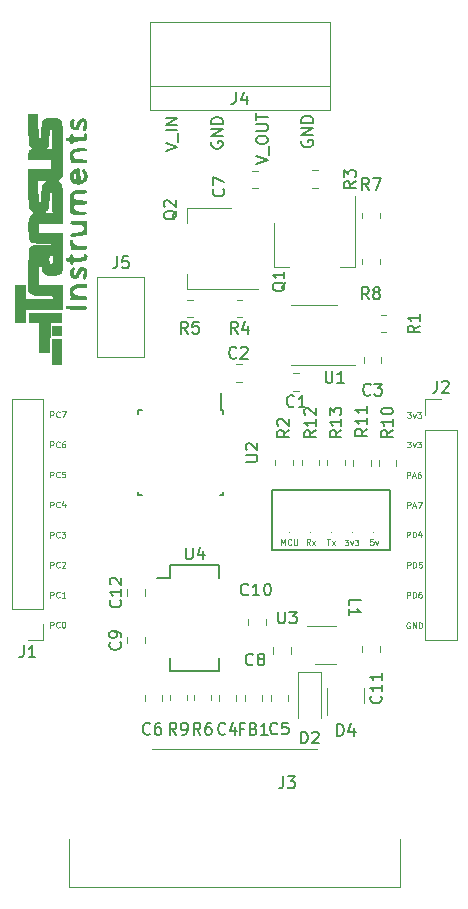
<source format=gbr>
%TF.GenerationSoftware,KiCad,Pcbnew,(6.0.10)*%
%TF.CreationDate,2023-02-16T14:40:38+00:00*%
%TF.ProjectId,Supplytest,53757070-6c79-4746-9573-742e6b696361,rev?*%
%TF.SameCoordinates,Original*%
%TF.FileFunction,Legend,Top*%
%TF.FilePolarity,Positive*%
%FSLAX46Y46*%
G04 Gerber Fmt 4.6, Leading zero omitted, Abs format (unit mm)*
G04 Created by KiCad (PCBNEW (6.0.10)) date 2023-02-16 14:40:38*
%MOMM*%
%LPD*%
G01*
G04 APERTURE LIST*
%ADD10C,0.125000*%
%ADD11C,0.150000*%
%ADD12C,0.120000*%
%ADD13C,0.100000*%
G04 APERTURE END LIST*
D10*
X191660952Y-90976190D02*
X191660952Y-90476190D01*
X191851428Y-90476190D01*
X191899047Y-90500000D01*
X191922857Y-90523809D01*
X191946666Y-90571428D01*
X191946666Y-90642857D01*
X191922857Y-90690476D01*
X191899047Y-90714285D01*
X191851428Y-90738095D01*
X191660952Y-90738095D01*
X192446666Y-90928571D02*
X192422857Y-90952380D01*
X192351428Y-90976190D01*
X192303809Y-90976190D01*
X192232380Y-90952380D01*
X192184761Y-90904761D01*
X192160952Y-90857142D01*
X192137142Y-90761904D01*
X192137142Y-90690476D01*
X192160952Y-90595238D01*
X192184761Y-90547619D01*
X192232380Y-90500000D01*
X192303809Y-90476190D01*
X192351428Y-90476190D01*
X192422857Y-90500000D01*
X192446666Y-90523809D01*
X192613333Y-90476190D02*
X192946666Y-90476190D01*
X192732380Y-90976190D01*
X191660952Y-93520475D02*
X191660952Y-93020475D01*
X191851428Y-93020475D01*
X191899047Y-93044285D01*
X191922857Y-93068094D01*
X191946666Y-93115713D01*
X191946666Y-93187142D01*
X191922857Y-93234761D01*
X191899047Y-93258570D01*
X191851428Y-93282380D01*
X191660952Y-93282380D01*
X192446666Y-93472856D02*
X192422857Y-93496665D01*
X192351428Y-93520475D01*
X192303809Y-93520475D01*
X192232380Y-93496665D01*
X192184761Y-93449046D01*
X192160952Y-93401427D01*
X192137142Y-93306189D01*
X192137142Y-93234761D01*
X192160952Y-93139523D01*
X192184761Y-93091904D01*
X192232380Y-93044285D01*
X192303809Y-93020475D01*
X192351428Y-93020475D01*
X192422857Y-93044285D01*
X192446666Y-93068094D01*
X192875238Y-93020475D02*
X192780000Y-93020475D01*
X192732380Y-93044285D01*
X192708571Y-93068094D01*
X192660952Y-93139523D01*
X192637142Y-93234761D01*
X192637142Y-93425237D01*
X192660952Y-93472856D01*
X192684761Y-93496665D01*
X192732380Y-93520475D01*
X192827619Y-93520475D01*
X192875238Y-93496665D01*
X192899047Y-93472856D01*
X192922857Y-93425237D01*
X192922857Y-93306189D01*
X192899047Y-93258570D01*
X192875238Y-93234761D01*
X192827619Y-93210951D01*
X192732380Y-93210951D01*
X192684761Y-93234761D01*
X192660952Y-93258570D01*
X192637142Y-93306189D01*
X191660952Y-96064760D02*
X191660952Y-95564760D01*
X191851428Y-95564760D01*
X191899047Y-95588570D01*
X191922857Y-95612379D01*
X191946666Y-95659998D01*
X191946666Y-95731427D01*
X191922857Y-95779046D01*
X191899047Y-95802855D01*
X191851428Y-95826665D01*
X191660952Y-95826665D01*
X192446666Y-96017141D02*
X192422857Y-96040950D01*
X192351428Y-96064760D01*
X192303809Y-96064760D01*
X192232380Y-96040950D01*
X192184761Y-95993331D01*
X192160952Y-95945712D01*
X192137142Y-95850474D01*
X192137142Y-95779046D01*
X192160952Y-95683808D01*
X192184761Y-95636189D01*
X192232380Y-95588570D01*
X192303809Y-95564760D01*
X192351428Y-95564760D01*
X192422857Y-95588570D01*
X192446666Y-95612379D01*
X192899047Y-95564760D02*
X192660952Y-95564760D01*
X192637142Y-95802855D01*
X192660952Y-95779046D01*
X192708571Y-95755236D01*
X192827619Y-95755236D01*
X192875238Y-95779046D01*
X192899047Y-95802855D01*
X192922857Y-95850474D01*
X192922857Y-95969522D01*
X192899047Y-96017141D01*
X192875238Y-96040950D01*
X192827619Y-96064760D01*
X192708571Y-96064760D01*
X192660952Y-96040950D01*
X192637142Y-96017141D01*
X191660952Y-98609045D02*
X191660952Y-98109045D01*
X191851428Y-98109045D01*
X191899047Y-98132855D01*
X191922857Y-98156664D01*
X191946666Y-98204283D01*
X191946666Y-98275712D01*
X191922857Y-98323331D01*
X191899047Y-98347140D01*
X191851428Y-98370950D01*
X191660952Y-98370950D01*
X192446666Y-98561426D02*
X192422857Y-98585235D01*
X192351428Y-98609045D01*
X192303809Y-98609045D01*
X192232380Y-98585235D01*
X192184761Y-98537616D01*
X192160952Y-98489997D01*
X192137142Y-98394759D01*
X192137142Y-98323331D01*
X192160952Y-98228093D01*
X192184761Y-98180474D01*
X192232380Y-98132855D01*
X192303809Y-98109045D01*
X192351428Y-98109045D01*
X192422857Y-98132855D01*
X192446666Y-98156664D01*
X192875238Y-98275712D02*
X192875238Y-98609045D01*
X192756190Y-98085235D02*
X192637142Y-98442378D01*
X192946666Y-98442378D01*
X191660952Y-101153330D02*
X191660952Y-100653330D01*
X191851428Y-100653330D01*
X191899047Y-100677140D01*
X191922857Y-100700949D01*
X191946666Y-100748568D01*
X191946666Y-100819997D01*
X191922857Y-100867616D01*
X191899047Y-100891425D01*
X191851428Y-100915235D01*
X191660952Y-100915235D01*
X192446666Y-101105711D02*
X192422857Y-101129520D01*
X192351428Y-101153330D01*
X192303809Y-101153330D01*
X192232380Y-101129520D01*
X192184761Y-101081901D01*
X192160952Y-101034282D01*
X192137142Y-100939044D01*
X192137142Y-100867616D01*
X192160952Y-100772378D01*
X192184761Y-100724759D01*
X192232380Y-100677140D01*
X192303809Y-100653330D01*
X192351428Y-100653330D01*
X192422857Y-100677140D01*
X192446666Y-100700949D01*
X192613333Y-100653330D02*
X192922857Y-100653330D01*
X192756190Y-100843806D01*
X192827619Y-100843806D01*
X192875238Y-100867616D01*
X192899047Y-100891425D01*
X192922857Y-100939044D01*
X192922857Y-101058092D01*
X192899047Y-101105711D01*
X192875238Y-101129520D01*
X192827619Y-101153330D01*
X192684761Y-101153330D01*
X192637142Y-101129520D01*
X192613333Y-101105711D01*
X191660952Y-103697615D02*
X191660952Y-103197615D01*
X191851428Y-103197615D01*
X191899047Y-103221425D01*
X191922857Y-103245234D01*
X191946666Y-103292853D01*
X191946666Y-103364282D01*
X191922857Y-103411901D01*
X191899047Y-103435710D01*
X191851428Y-103459520D01*
X191660952Y-103459520D01*
X192446666Y-103649996D02*
X192422857Y-103673805D01*
X192351428Y-103697615D01*
X192303809Y-103697615D01*
X192232380Y-103673805D01*
X192184761Y-103626186D01*
X192160952Y-103578567D01*
X192137142Y-103483329D01*
X192137142Y-103411901D01*
X192160952Y-103316663D01*
X192184761Y-103269044D01*
X192232380Y-103221425D01*
X192303809Y-103197615D01*
X192351428Y-103197615D01*
X192422857Y-103221425D01*
X192446666Y-103245234D01*
X192637142Y-103245234D02*
X192660952Y-103221425D01*
X192708571Y-103197615D01*
X192827619Y-103197615D01*
X192875238Y-103221425D01*
X192899047Y-103245234D01*
X192922857Y-103292853D01*
X192922857Y-103340472D01*
X192899047Y-103411901D01*
X192613333Y-103697615D01*
X192922857Y-103697615D01*
X191660952Y-106241900D02*
X191660952Y-105741900D01*
X191851428Y-105741900D01*
X191899047Y-105765710D01*
X191922857Y-105789519D01*
X191946666Y-105837138D01*
X191946666Y-105908567D01*
X191922857Y-105956186D01*
X191899047Y-105979995D01*
X191851428Y-106003805D01*
X191660952Y-106003805D01*
X192446666Y-106194281D02*
X192422857Y-106218090D01*
X192351428Y-106241900D01*
X192303809Y-106241900D01*
X192232380Y-106218090D01*
X192184761Y-106170471D01*
X192160952Y-106122852D01*
X192137142Y-106027614D01*
X192137142Y-105956186D01*
X192160952Y-105860948D01*
X192184761Y-105813329D01*
X192232380Y-105765710D01*
X192303809Y-105741900D01*
X192351428Y-105741900D01*
X192422857Y-105765710D01*
X192446666Y-105789519D01*
X192922857Y-106241900D02*
X192637142Y-106241900D01*
X192780000Y-106241900D02*
X192780000Y-105741900D01*
X192732380Y-105813329D01*
X192684761Y-105860948D01*
X192637142Y-105884757D01*
X191660952Y-108786190D02*
X191660952Y-108286190D01*
X191851428Y-108286190D01*
X191899047Y-108310000D01*
X191922857Y-108333809D01*
X191946666Y-108381428D01*
X191946666Y-108452857D01*
X191922857Y-108500476D01*
X191899047Y-108524285D01*
X191851428Y-108548095D01*
X191660952Y-108548095D01*
X192446666Y-108738571D02*
X192422857Y-108762380D01*
X192351428Y-108786190D01*
X192303809Y-108786190D01*
X192232380Y-108762380D01*
X192184761Y-108714761D01*
X192160952Y-108667142D01*
X192137142Y-108571904D01*
X192137142Y-108500476D01*
X192160952Y-108405238D01*
X192184761Y-108357619D01*
X192232380Y-108310000D01*
X192303809Y-108286190D01*
X192351428Y-108286190D01*
X192422857Y-108310000D01*
X192446666Y-108333809D01*
X192756190Y-108286190D02*
X192803809Y-108286190D01*
X192851428Y-108310000D01*
X192875238Y-108333809D01*
X192899047Y-108381428D01*
X192922857Y-108476666D01*
X192922857Y-108595714D01*
X192899047Y-108690952D01*
X192875238Y-108738571D01*
X192851428Y-108762380D01*
X192803809Y-108786190D01*
X192756190Y-108786190D01*
X192708571Y-108762380D01*
X192684761Y-108738571D01*
X192660952Y-108690952D01*
X192637142Y-108595714D01*
X192637142Y-108476666D01*
X192660952Y-108381428D01*
X192684761Y-108333809D01*
X192708571Y-108310000D01*
X192756190Y-108286190D01*
X222089047Y-108360000D02*
X222041428Y-108336190D01*
X221970000Y-108336190D01*
X221898571Y-108360000D01*
X221850952Y-108407619D01*
X221827142Y-108455238D01*
X221803333Y-108550476D01*
X221803333Y-108621904D01*
X221827142Y-108717142D01*
X221850952Y-108764761D01*
X221898571Y-108812380D01*
X221970000Y-108836190D01*
X222017619Y-108836190D01*
X222089047Y-108812380D01*
X222112857Y-108788571D01*
X222112857Y-108621904D01*
X222017619Y-108621904D01*
X222327142Y-108836190D02*
X222327142Y-108336190D01*
X222612857Y-108836190D01*
X222612857Y-108336190D01*
X222850952Y-108836190D02*
X222850952Y-108336190D01*
X222970000Y-108336190D01*
X223041428Y-108360000D01*
X223089047Y-108407619D01*
X223112857Y-108455238D01*
X223136666Y-108550476D01*
X223136666Y-108621904D01*
X223112857Y-108717142D01*
X223089047Y-108764761D01*
X223041428Y-108812380D01*
X222970000Y-108836190D01*
X222850952Y-108836190D01*
X221850952Y-106246190D02*
X221850952Y-105746190D01*
X222041428Y-105746190D01*
X222089047Y-105770000D01*
X222112857Y-105793809D01*
X222136666Y-105841428D01*
X222136666Y-105912857D01*
X222112857Y-105960476D01*
X222089047Y-105984285D01*
X222041428Y-106008095D01*
X221850952Y-106008095D01*
X222350952Y-106246190D02*
X222350952Y-105746190D01*
X222470000Y-105746190D01*
X222541428Y-105770000D01*
X222589047Y-105817619D01*
X222612857Y-105865238D01*
X222636666Y-105960476D01*
X222636666Y-106031904D01*
X222612857Y-106127142D01*
X222589047Y-106174761D01*
X222541428Y-106222380D01*
X222470000Y-106246190D01*
X222350952Y-106246190D01*
X223065238Y-105746190D02*
X222970000Y-105746190D01*
X222922380Y-105770000D01*
X222898571Y-105793809D01*
X222850952Y-105865238D01*
X222827142Y-105960476D01*
X222827142Y-106150952D01*
X222850952Y-106198571D01*
X222874761Y-106222380D01*
X222922380Y-106246190D01*
X223017619Y-106246190D01*
X223065238Y-106222380D01*
X223089047Y-106198571D01*
X223112857Y-106150952D01*
X223112857Y-106031904D01*
X223089047Y-105984285D01*
X223065238Y-105960476D01*
X223017619Y-105936666D01*
X222922380Y-105936666D01*
X222874761Y-105960476D01*
X222850952Y-105984285D01*
X222827142Y-106031904D01*
X221870952Y-103706190D02*
X221870952Y-103206190D01*
X222061428Y-103206190D01*
X222109047Y-103230000D01*
X222132857Y-103253809D01*
X222156666Y-103301428D01*
X222156666Y-103372857D01*
X222132857Y-103420476D01*
X222109047Y-103444285D01*
X222061428Y-103468095D01*
X221870952Y-103468095D01*
X222370952Y-103706190D02*
X222370952Y-103206190D01*
X222490000Y-103206190D01*
X222561428Y-103230000D01*
X222609047Y-103277619D01*
X222632857Y-103325238D01*
X222656666Y-103420476D01*
X222656666Y-103491904D01*
X222632857Y-103587142D01*
X222609047Y-103634761D01*
X222561428Y-103682380D01*
X222490000Y-103706190D01*
X222370952Y-103706190D01*
X223109047Y-103206190D02*
X222870952Y-103206190D01*
X222847142Y-103444285D01*
X222870952Y-103420476D01*
X222918571Y-103396666D01*
X223037619Y-103396666D01*
X223085238Y-103420476D01*
X223109047Y-103444285D01*
X223132857Y-103491904D01*
X223132857Y-103610952D01*
X223109047Y-103658571D01*
X223085238Y-103682380D01*
X223037619Y-103706190D01*
X222918571Y-103706190D01*
X222870952Y-103682380D01*
X222847142Y-103658571D01*
X221830952Y-101146190D02*
X221830952Y-100646190D01*
X222021428Y-100646190D01*
X222069047Y-100670000D01*
X222092857Y-100693809D01*
X222116666Y-100741428D01*
X222116666Y-100812857D01*
X222092857Y-100860476D01*
X222069047Y-100884285D01*
X222021428Y-100908095D01*
X221830952Y-100908095D01*
X222330952Y-101146190D02*
X222330952Y-100646190D01*
X222450000Y-100646190D01*
X222521428Y-100670000D01*
X222569047Y-100717619D01*
X222592857Y-100765238D01*
X222616666Y-100860476D01*
X222616666Y-100931904D01*
X222592857Y-101027142D01*
X222569047Y-101074761D01*
X222521428Y-101122380D01*
X222450000Y-101146190D01*
X222330952Y-101146190D01*
X223045238Y-100812857D02*
X223045238Y-101146190D01*
X222926190Y-100622380D02*
X222807142Y-100979523D01*
X223116666Y-100979523D01*
X221886666Y-98636190D02*
X221886666Y-98136190D01*
X222077142Y-98136190D01*
X222124761Y-98160000D01*
X222148571Y-98183809D01*
X222172380Y-98231428D01*
X222172380Y-98302857D01*
X222148571Y-98350476D01*
X222124761Y-98374285D01*
X222077142Y-98398095D01*
X221886666Y-98398095D01*
X222362857Y-98493333D02*
X222600952Y-98493333D01*
X222315238Y-98636190D02*
X222481904Y-98136190D01*
X222648571Y-98636190D01*
X222767619Y-98136190D02*
X223100952Y-98136190D01*
X222886666Y-98636190D01*
X221846666Y-96106190D02*
X221846666Y-95606190D01*
X222037142Y-95606190D01*
X222084761Y-95630000D01*
X222108571Y-95653809D01*
X222132380Y-95701428D01*
X222132380Y-95772857D01*
X222108571Y-95820476D01*
X222084761Y-95844285D01*
X222037142Y-95868095D01*
X221846666Y-95868095D01*
X222322857Y-95963333D02*
X222560952Y-95963333D01*
X222275238Y-96106190D02*
X222441904Y-95606190D01*
X222608571Y-96106190D01*
X222989523Y-95606190D02*
X222894285Y-95606190D01*
X222846666Y-95630000D01*
X222822857Y-95653809D01*
X222775238Y-95725238D01*
X222751428Y-95820476D01*
X222751428Y-96010952D01*
X222775238Y-96058571D01*
X222799047Y-96082380D01*
X222846666Y-96106190D01*
X222941904Y-96106190D01*
X222989523Y-96082380D01*
X223013333Y-96058571D01*
X223037142Y-96010952D01*
X223037142Y-95891904D01*
X223013333Y-95844285D01*
X222989523Y-95820476D01*
X222941904Y-95796666D01*
X222846666Y-95796666D01*
X222799047Y-95820476D01*
X222775238Y-95844285D01*
X222751428Y-95891904D01*
X221864761Y-93026190D02*
X222174285Y-93026190D01*
X222007619Y-93216666D01*
X222079047Y-93216666D01*
X222126666Y-93240476D01*
X222150476Y-93264285D01*
X222174285Y-93311904D01*
X222174285Y-93430952D01*
X222150476Y-93478571D01*
X222126666Y-93502380D01*
X222079047Y-93526190D01*
X221936190Y-93526190D01*
X221888571Y-93502380D01*
X221864761Y-93478571D01*
X222340952Y-93192857D02*
X222460000Y-93526190D01*
X222579047Y-93192857D01*
X222721904Y-93026190D02*
X223031428Y-93026190D01*
X222864761Y-93216666D01*
X222936190Y-93216666D01*
X222983809Y-93240476D01*
X223007619Y-93264285D01*
X223031428Y-93311904D01*
X223031428Y-93430952D01*
X223007619Y-93478571D01*
X222983809Y-93502380D01*
X222936190Y-93526190D01*
X222793333Y-93526190D01*
X222745714Y-93502380D01*
X222721904Y-93478571D01*
X221884761Y-90536190D02*
X222194285Y-90536190D01*
X222027619Y-90726666D01*
X222099047Y-90726666D01*
X222146666Y-90750476D01*
X222170476Y-90774285D01*
X222194285Y-90821904D01*
X222194285Y-90940952D01*
X222170476Y-90988571D01*
X222146666Y-91012380D01*
X222099047Y-91036190D01*
X221956190Y-91036190D01*
X221908571Y-91012380D01*
X221884761Y-90988571D01*
X222360952Y-90702857D02*
X222480000Y-91036190D01*
X222599047Y-90702857D01*
X222741904Y-90536190D02*
X223051428Y-90536190D01*
X222884761Y-90726666D01*
X222956190Y-90726666D01*
X223003809Y-90750476D01*
X223027619Y-90774285D01*
X223051428Y-90821904D01*
X223051428Y-90940952D01*
X223027619Y-90988571D01*
X223003809Y-91012380D01*
X222956190Y-91036190D01*
X222813333Y-91036190D01*
X222765714Y-91012380D01*
X222741904Y-90988571D01*
D11*
X212961905Y-67539404D02*
X212914285Y-67634642D01*
X212914285Y-67777500D01*
X212961905Y-67920357D01*
X213057143Y-68015595D01*
X213152381Y-68063214D01*
X213342857Y-68110833D01*
X213485714Y-68110833D01*
X213676190Y-68063214D01*
X213771428Y-68015595D01*
X213866666Y-67920357D01*
X213914285Y-67777500D01*
X213914285Y-67682261D01*
X213866666Y-67539404D01*
X213819047Y-67491785D01*
X213485714Y-67491785D01*
X213485714Y-67682261D01*
X213914285Y-67063214D02*
X212914285Y-67063214D01*
X213914285Y-66491785D01*
X212914285Y-66491785D01*
X213914285Y-66015595D02*
X212914285Y-66015595D01*
X212914285Y-65777500D01*
X212961905Y-65634642D01*
X213057143Y-65539404D01*
X213152381Y-65491785D01*
X213342857Y-65444166D01*
X213485714Y-65444166D01*
X213676190Y-65491785D01*
X213771428Y-65539404D01*
X213866666Y-65634642D01*
X213914285Y-65777500D01*
X213914285Y-66015595D01*
X205311905Y-67649404D02*
X205264285Y-67744642D01*
X205264285Y-67887500D01*
X205311905Y-68030357D01*
X205407143Y-68125595D01*
X205502381Y-68173214D01*
X205692857Y-68220833D01*
X205835714Y-68220833D01*
X206026190Y-68173214D01*
X206121428Y-68125595D01*
X206216666Y-68030357D01*
X206264285Y-67887500D01*
X206264285Y-67792261D01*
X206216666Y-67649404D01*
X206169047Y-67601785D01*
X205835714Y-67601785D01*
X205835714Y-67792261D01*
X206264285Y-67173214D02*
X205264285Y-67173214D01*
X206264285Y-66601785D01*
X205264285Y-66601785D01*
X206264285Y-66125595D02*
X205264285Y-66125595D01*
X205264285Y-65887500D01*
X205311905Y-65744642D01*
X205407143Y-65649404D01*
X205502381Y-65601785D01*
X205692857Y-65554166D01*
X205835714Y-65554166D01*
X206026190Y-65601785D01*
X206121428Y-65649404D01*
X206216666Y-65744642D01*
X206264285Y-65887500D01*
X206264285Y-66125595D01*
X209094285Y-69530357D02*
X210094285Y-69197023D01*
X209094285Y-68863690D01*
X210189524Y-68768452D02*
X210189524Y-68006547D01*
X209094285Y-67577976D02*
X209094285Y-67387500D01*
X209141905Y-67292261D01*
X209237143Y-67197023D01*
X209427619Y-67149404D01*
X209760952Y-67149404D01*
X209951428Y-67197023D01*
X210046666Y-67292261D01*
X210094285Y-67387500D01*
X210094285Y-67577976D01*
X210046666Y-67673214D01*
X209951428Y-67768452D01*
X209760952Y-67816071D01*
X209427619Y-67816071D01*
X209237143Y-67768452D01*
X209141905Y-67673214D01*
X209094285Y-67577976D01*
X209094285Y-66720833D02*
X209903809Y-66720833D01*
X209999047Y-66673214D01*
X210046666Y-66625595D01*
X210094285Y-66530357D01*
X210094285Y-66339880D01*
X210046666Y-66244642D01*
X209999047Y-66197023D01*
X209903809Y-66149404D01*
X209094285Y-66149404D01*
X209094285Y-65816071D02*
X209094285Y-65244642D01*
X210094285Y-65530357D02*
X209094285Y-65530357D01*
X201414285Y-68453690D02*
X202414285Y-68120357D01*
X201414285Y-67787023D01*
X202509524Y-67691785D02*
X202509524Y-66929880D01*
X202414285Y-66691785D02*
X201414285Y-66691785D01*
X202414285Y-66215595D02*
X201414285Y-66215595D01*
X202414285Y-65644166D01*
X201414285Y-65644166D01*
X210430000Y-97168601D02*
X220430000Y-97168601D01*
X220430000Y-97168601D02*
X220430000Y-102168601D01*
X220430000Y-102168601D02*
X210430000Y-102168601D01*
X210430000Y-102168601D02*
X210430000Y-97168601D01*
D10*
X216584761Y-101323690D02*
X216894285Y-101323690D01*
X216727619Y-101514166D01*
X216799047Y-101514166D01*
X216846666Y-101537976D01*
X216870476Y-101561785D01*
X216894285Y-101609404D01*
X216894285Y-101728452D01*
X216870476Y-101776071D01*
X216846666Y-101799880D01*
X216799047Y-101823690D01*
X216656190Y-101823690D01*
X216608571Y-101799880D01*
X216584761Y-101776071D01*
X217060952Y-101490357D02*
X217180000Y-101823690D01*
X217299047Y-101490357D01*
X217441904Y-101323690D02*
X217751428Y-101323690D01*
X217584761Y-101514166D01*
X217656190Y-101514166D01*
X217703809Y-101537976D01*
X217727619Y-101561785D01*
X217751428Y-101609404D01*
X217751428Y-101728452D01*
X217727619Y-101776071D01*
X217703809Y-101799880D01*
X217656190Y-101823690D01*
X217513333Y-101823690D01*
X217465714Y-101799880D01*
X217441904Y-101776071D01*
X218998571Y-101283690D02*
X218760476Y-101283690D01*
X218736666Y-101521785D01*
X218760476Y-101497976D01*
X218808095Y-101474166D01*
X218927142Y-101474166D01*
X218974761Y-101497976D01*
X218998571Y-101521785D01*
X219022380Y-101569404D01*
X219022380Y-101688452D01*
X218998571Y-101736071D01*
X218974761Y-101759880D01*
X218927142Y-101783690D01*
X218808095Y-101783690D01*
X218760476Y-101759880D01*
X218736666Y-101736071D01*
X219189047Y-101450357D02*
X219308095Y-101783690D01*
X219427142Y-101450357D01*
X215064761Y-101263690D02*
X215350476Y-101263690D01*
X215207619Y-101763690D02*
X215207619Y-101263690D01*
X215469523Y-101763690D02*
X215731428Y-101430357D01*
X215469523Y-101430357D02*
X215731428Y-101763690D01*
X213642380Y-101763690D02*
X213475714Y-101525595D01*
X213356666Y-101763690D02*
X213356666Y-101263690D01*
X213547142Y-101263690D01*
X213594761Y-101287500D01*
X213618571Y-101311309D01*
X213642380Y-101358928D01*
X213642380Y-101430357D01*
X213618571Y-101477976D01*
X213594761Y-101501785D01*
X213547142Y-101525595D01*
X213356666Y-101525595D01*
X213809047Y-101763690D02*
X214070952Y-101430357D01*
X213809047Y-101430357D02*
X214070952Y-101763690D01*
X211201428Y-101773690D02*
X211201428Y-101273690D01*
X211368095Y-101630833D01*
X211534761Y-101273690D01*
X211534761Y-101773690D01*
X212058571Y-101726071D02*
X212034761Y-101749880D01*
X211963333Y-101773690D01*
X211915714Y-101773690D01*
X211844285Y-101749880D01*
X211796666Y-101702261D01*
X211772857Y-101654642D01*
X211749047Y-101559404D01*
X211749047Y-101487976D01*
X211772857Y-101392738D01*
X211796666Y-101345119D01*
X211844285Y-101297500D01*
X211915714Y-101273690D01*
X211963333Y-101273690D01*
X212034761Y-101297500D01*
X212058571Y-101321309D01*
X212272857Y-101273690D02*
X212272857Y-101678452D01*
X212296666Y-101726071D01*
X212320476Y-101749880D01*
X212368095Y-101773690D01*
X212463333Y-101773690D01*
X212510952Y-101749880D01*
X212534761Y-101726071D01*
X212558571Y-101678452D01*
X212558571Y-101273690D01*
D11*
%TO.C,U4*%
X203128095Y-101999880D02*
X203128095Y-102809404D01*
X203175714Y-102904642D01*
X203223333Y-102952261D01*
X203318571Y-102999880D01*
X203509047Y-102999880D01*
X203604285Y-102952261D01*
X203651904Y-102904642D01*
X203699523Y-102809404D01*
X203699523Y-101999880D01*
X204604285Y-102333214D02*
X204604285Y-102999880D01*
X204366190Y-101952261D02*
X204128095Y-102666547D01*
X204747142Y-102666547D01*
%TO.C,J2*%
X224400952Y-87884880D02*
X224400952Y-88599166D01*
X224353333Y-88742023D01*
X224258095Y-88837261D01*
X224115238Y-88884880D01*
X224020000Y-88884880D01*
X224829524Y-87980119D02*
X224877143Y-87932500D01*
X224972381Y-87884880D01*
X225210476Y-87884880D01*
X225305714Y-87932500D01*
X225353333Y-87980119D01*
X225400952Y-88075357D01*
X225400952Y-88170595D01*
X225353333Y-88313452D01*
X224781905Y-88884880D01*
X225400952Y-88884880D01*
%TO.C,J1*%
X189400952Y-110294880D02*
X189400952Y-111009166D01*
X189353333Y-111152023D01*
X189258095Y-111247261D01*
X189115238Y-111294880D01*
X189020000Y-111294880D01*
X190400952Y-111294880D02*
X189829524Y-111294880D01*
X190115238Y-111294880D02*
X190115238Y-110294880D01*
X190020000Y-110437738D01*
X189924762Y-110532976D01*
X189829524Y-110580595D01*
%TO.C,C10*%
X208417142Y-105954642D02*
X208369523Y-106002261D01*
X208226666Y-106049880D01*
X208131428Y-106049880D01*
X207988571Y-106002261D01*
X207893333Y-105907023D01*
X207845714Y-105811785D01*
X207798095Y-105621309D01*
X207798095Y-105478452D01*
X207845714Y-105287976D01*
X207893333Y-105192738D01*
X207988571Y-105097500D01*
X208131428Y-105049880D01*
X208226666Y-105049880D01*
X208369523Y-105097500D01*
X208417142Y-105145119D01*
X209369523Y-106049880D02*
X208798095Y-106049880D01*
X209083809Y-106049880D02*
X209083809Y-105049880D01*
X208988571Y-105192738D01*
X208893333Y-105287976D01*
X208798095Y-105335595D01*
X209988571Y-105049880D02*
X210083809Y-105049880D01*
X210179047Y-105097500D01*
X210226666Y-105145119D01*
X210274285Y-105240357D01*
X210321904Y-105430833D01*
X210321904Y-105668928D01*
X210274285Y-105859404D01*
X210226666Y-105954642D01*
X210179047Y-106002261D01*
X210083809Y-106049880D01*
X209988571Y-106049880D01*
X209893333Y-106002261D01*
X209845714Y-105954642D01*
X209798095Y-105859404D01*
X209750476Y-105668928D01*
X209750476Y-105430833D01*
X209798095Y-105240357D01*
X209845714Y-105145119D01*
X209893333Y-105097500D01*
X209988571Y-105049880D01*
%TO.C,FB1*%
X208016666Y-117326071D02*
X207683333Y-117326071D01*
X207683333Y-117849880D02*
X207683333Y-116849880D01*
X208159523Y-116849880D01*
X208873809Y-117326071D02*
X209016666Y-117373690D01*
X209064285Y-117421309D01*
X209111904Y-117516547D01*
X209111904Y-117659404D01*
X209064285Y-117754642D01*
X209016666Y-117802261D01*
X208921428Y-117849880D01*
X208540476Y-117849880D01*
X208540476Y-116849880D01*
X208873809Y-116849880D01*
X208969047Y-116897500D01*
X209016666Y-116945119D01*
X209064285Y-117040357D01*
X209064285Y-117135595D01*
X209016666Y-117230833D01*
X208969047Y-117278452D01*
X208873809Y-117326071D01*
X208540476Y-117326071D01*
X210064285Y-117849880D02*
X209492857Y-117849880D01*
X209778571Y-117849880D02*
X209778571Y-116849880D01*
X209683333Y-116992738D01*
X209588095Y-117087976D01*
X209492857Y-117135595D01*
%TO.C,Q2*%
X202367619Y-73482738D02*
X202320000Y-73577976D01*
X202224761Y-73673214D01*
X202081904Y-73816071D01*
X202034285Y-73911309D01*
X202034285Y-74006547D01*
X202272380Y-73958928D02*
X202224761Y-74054166D01*
X202129523Y-74149404D01*
X201939047Y-74197023D01*
X201605714Y-74197023D01*
X201415238Y-74149404D01*
X201320000Y-74054166D01*
X201272380Y-73958928D01*
X201272380Y-73768452D01*
X201320000Y-73673214D01*
X201415238Y-73577976D01*
X201605714Y-73530357D01*
X201939047Y-73530357D01*
X202129523Y-73577976D01*
X202224761Y-73673214D01*
X202272380Y-73768452D01*
X202272380Y-73958928D01*
X201367619Y-73149404D02*
X201320000Y-73101785D01*
X201272380Y-73006547D01*
X201272380Y-72768452D01*
X201320000Y-72673214D01*
X201367619Y-72625595D01*
X201462857Y-72577976D01*
X201558095Y-72577976D01*
X201700952Y-72625595D01*
X202272380Y-73197023D01*
X202272380Y-72577976D01*
%TO.C,L1*%
X216927619Y-106890833D02*
X216927619Y-106414642D01*
X217927619Y-106414642D01*
X216927619Y-107747976D02*
X216927619Y-107176547D01*
X216927619Y-107462261D02*
X217927619Y-107462261D01*
X217784761Y-107367023D01*
X217689523Y-107271785D01*
X217641904Y-107176547D01*
%TO.C,U1*%
X214968095Y-87049880D02*
X214968095Y-87859404D01*
X215015714Y-87954642D01*
X215063333Y-88002261D01*
X215158571Y-88049880D01*
X215349047Y-88049880D01*
X215444285Y-88002261D01*
X215491904Y-87954642D01*
X215539523Y-87859404D01*
X215539523Y-87049880D01*
X216539523Y-88049880D02*
X215968095Y-88049880D01*
X216253809Y-88049880D02*
X216253809Y-87049880D01*
X216158571Y-87192738D01*
X216063333Y-87287976D01*
X215968095Y-87335595D01*
%TO.C,C1*%
X212293333Y-90014642D02*
X212245714Y-90062261D01*
X212102857Y-90109880D01*
X212007619Y-90109880D01*
X211864761Y-90062261D01*
X211769523Y-89967023D01*
X211721904Y-89871785D01*
X211674285Y-89681309D01*
X211674285Y-89538452D01*
X211721904Y-89347976D01*
X211769523Y-89252738D01*
X211864761Y-89157500D01*
X212007619Y-89109880D01*
X212102857Y-89109880D01*
X212245714Y-89157500D01*
X212293333Y-89205119D01*
X213245714Y-90109880D02*
X212674285Y-90109880D01*
X212960000Y-90109880D02*
X212960000Y-89109880D01*
X212864761Y-89252738D01*
X212769523Y-89347976D01*
X212674285Y-89395595D01*
%TO.C,R11*%
X218482380Y-91950357D02*
X218006190Y-92283690D01*
X218482380Y-92521785D02*
X217482380Y-92521785D01*
X217482380Y-92140833D01*
X217530000Y-92045595D01*
X217577619Y-91997976D01*
X217672857Y-91950357D01*
X217815714Y-91950357D01*
X217910952Y-91997976D01*
X217958571Y-92045595D01*
X218006190Y-92140833D01*
X218006190Y-92521785D01*
X218482380Y-90997976D02*
X218482380Y-91569404D01*
X218482380Y-91283690D02*
X217482380Y-91283690D01*
X217625238Y-91378928D01*
X217720476Y-91474166D01*
X217768095Y-91569404D01*
X218482380Y-90045595D02*
X218482380Y-90617023D01*
X218482380Y-90331309D02*
X217482380Y-90331309D01*
X217625238Y-90426547D01*
X217720476Y-90521785D01*
X217768095Y-90617023D01*
%TO.C,C3*%
X218773333Y-89034642D02*
X218725714Y-89082261D01*
X218582857Y-89129880D01*
X218487619Y-89129880D01*
X218344761Y-89082261D01*
X218249523Y-88987023D01*
X218201904Y-88891785D01*
X218154285Y-88701309D01*
X218154285Y-88558452D01*
X218201904Y-88367976D01*
X218249523Y-88272738D01*
X218344761Y-88177500D01*
X218487619Y-88129880D01*
X218582857Y-88129880D01*
X218725714Y-88177500D01*
X218773333Y-88225119D01*
X219106666Y-88129880D02*
X219725714Y-88129880D01*
X219392380Y-88510833D01*
X219535238Y-88510833D01*
X219630476Y-88558452D01*
X219678095Y-88606071D01*
X219725714Y-88701309D01*
X219725714Y-88939404D01*
X219678095Y-89034642D01*
X219630476Y-89082261D01*
X219535238Y-89129880D01*
X219249523Y-89129880D01*
X219154285Y-89082261D01*
X219106666Y-89034642D01*
%TO.C,D4*%
X215931904Y-117939880D02*
X215931904Y-116939880D01*
X216170000Y-116939880D01*
X216312857Y-116987500D01*
X216408095Y-117082738D01*
X216455714Y-117177976D01*
X216503333Y-117368452D01*
X216503333Y-117511309D01*
X216455714Y-117701785D01*
X216408095Y-117797023D01*
X216312857Y-117892261D01*
X216170000Y-117939880D01*
X215931904Y-117939880D01*
X217360476Y-117273214D02*
X217360476Y-117939880D01*
X217122380Y-116892261D02*
X216884285Y-117606547D01*
X217503333Y-117606547D01*
%TO.C,J3*%
X211376666Y-121369880D02*
X211376666Y-122084166D01*
X211329047Y-122227023D01*
X211233809Y-122322261D01*
X211090952Y-122369880D01*
X210995714Y-122369880D01*
X211757619Y-121369880D02*
X212376666Y-121369880D01*
X212043333Y-121750833D01*
X212186190Y-121750833D01*
X212281428Y-121798452D01*
X212329047Y-121846071D01*
X212376666Y-121941309D01*
X212376666Y-122179404D01*
X212329047Y-122274642D01*
X212281428Y-122322261D01*
X212186190Y-122369880D01*
X211900476Y-122369880D01*
X211805238Y-122322261D01*
X211757619Y-122274642D01*
%TO.C,C9*%
X197557142Y-110029166D02*
X197604761Y-110076785D01*
X197652380Y-110219642D01*
X197652380Y-110314880D01*
X197604761Y-110457738D01*
X197509523Y-110552976D01*
X197414285Y-110600595D01*
X197223809Y-110648214D01*
X197080952Y-110648214D01*
X196890476Y-110600595D01*
X196795238Y-110552976D01*
X196700000Y-110457738D01*
X196652380Y-110314880D01*
X196652380Y-110219642D01*
X196700000Y-110076785D01*
X196747619Y-110029166D01*
X197652380Y-109552976D02*
X197652380Y-109362500D01*
X197604761Y-109267261D01*
X197557142Y-109219642D01*
X197414285Y-109124404D01*
X197223809Y-109076785D01*
X196842857Y-109076785D01*
X196747619Y-109124404D01*
X196700000Y-109172023D01*
X196652380Y-109267261D01*
X196652380Y-109457738D01*
X196700000Y-109552976D01*
X196747619Y-109600595D01*
X196842857Y-109648214D01*
X197080952Y-109648214D01*
X197176190Y-109600595D01*
X197223809Y-109552976D01*
X197271428Y-109457738D01*
X197271428Y-109267261D01*
X197223809Y-109172023D01*
X197176190Y-109124404D01*
X197080952Y-109076785D01*
%TO.C,R13*%
X216302380Y-92070357D02*
X215826190Y-92403690D01*
X216302380Y-92641785D02*
X215302380Y-92641785D01*
X215302380Y-92260833D01*
X215350000Y-92165595D01*
X215397619Y-92117976D01*
X215492857Y-92070357D01*
X215635714Y-92070357D01*
X215730952Y-92117976D01*
X215778571Y-92165595D01*
X215826190Y-92260833D01*
X215826190Y-92641785D01*
X216302380Y-91117976D02*
X216302380Y-91689404D01*
X216302380Y-91403690D02*
X215302380Y-91403690D01*
X215445238Y-91498928D01*
X215540476Y-91594166D01*
X215588095Y-91689404D01*
X215302380Y-90784642D02*
X215302380Y-90165595D01*
X215683333Y-90498928D01*
X215683333Y-90356071D01*
X215730952Y-90260833D01*
X215778571Y-90213214D01*
X215873809Y-90165595D01*
X216111904Y-90165595D01*
X216207142Y-90213214D01*
X216254761Y-90260833D01*
X216302380Y-90356071D01*
X216302380Y-90641785D01*
X216254761Y-90737023D01*
X216207142Y-90784642D01*
%TO.C,R1*%
X222922380Y-83204166D02*
X222446190Y-83537500D01*
X222922380Y-83775595D02*
X221922380Y-83775595D01*
X221922380Y-83394642D01*
X221970000Y-83299404D01*
X222017619Y-83251785D01*
X222112857Y-83204166D01*
X222255714Y-83204166D01*
X222350952Y-83251785D01*
X222398571Y-83299404D01*
X222446190Y-83394642D01*
X222446190Y-83775595D01*
X222922380Y-82251785D02*
X222922380Y-82823214D01*
X222922380Y-82537500D02*
X221922380Y-82537500D01*
X222065238Y-82632738D01*
X222160476Y-82727976D01*
X222208095Y-82823214D01*
%TO.C,R4*%
X207523333Y-83879880D02*
X207190000Y-83403690D01*
X206951904Y-83879880D02*
X206951904Y-82879880D01*
X207332857Y-82879880D01*
X207428095Y-82927500D01*
X207475714Y-82975119D01*
X207523333Y-83070357D01*
X207523333Y-83213214D01*
X207475714Y-83308452D01*
X207428095Y-83356071D01*
X207332857Y-83403690D01*
X206951904Y-83403690D01*
X208380476Y-83213214D02*
X208380476Y-83879880D01*
X208142380Y-82832261D02*
X207904285Y-83546547D01*
X208523333Y-83546547D01*
%TO.C,R10*%
X220652380Y-92070357D02*
X220176190Y-92403690D01*
X220652380Y-92641785D02*
X219652380Y-92641785D01*
X219652380Y-92260833D01*
X219700000Y-92165595D01*
X219747619Y-92117976D01*
X219842857Y-92070357D01*
X219985714Y-92070357D01*
X220080952Y-92117976D01*
X220128571Y-92165595D01*
X220176190Y-92260833D01*
X220176190Y-92641785D01*
X220652380Y-91117976D02*
X220652380Y-91689404D01*
X220652380Y-91403690D02*
X219652380Y-91403690D01*
X219795238Y-91498928D01*
X219890476Y-91594166D01*
X219938095Y-91689404D01*
X219652380Y-90498928D02*
X219652380Y-90403690D01*
X219700000Y-90308452D01*
X219747619Y-90260833D01*
X219842857Y-90213214D01*
X220033333Y-90165595D01*
X220271428Y-90165595D01*
X220461904Y-90213214D01*
X220557142Y-90260833D01*
X220604761Y-90308452D01*
X220652380Y-90403690D01*
X220652380Y-90498928D01*
X220604761Y-90594166D01*
X220557142Y-90641785D01*
X220461904Y-90689404D01*
X220271428Y-90737023D01*
X220033333Y-90737023D01*
X219842857Y-90689404D01*
X219747619Y-90641785D01*
X219700000Y-90594166D01*
X219652380Y-90498928D01*
%TO.C,U3*%
X210948095Y-107419880D02*
X210948095Y-108229404D01*
X210995714Y-108324642D01*
X211043333Y-108372261D01*
X211138571Y-108419880D01*
X211329047Y-108419880D01*
X211424285Y-108372261D01*
X211471904Y-108324642D01*
X211519523Y-108229404D01*
X211519523Y-107419880D01*
X211900476Y-107419880D02*
X212519523Y-107419880D01*
X212186190Y-107800833D01*
X212329047Y-107800833D01*
X212424285Y-107848452D01*
X212471904Y-107896071D01*
X212519523Y-107991309D01*
X212519523Y-108229404D01*
X212471904Y-108324642D01*
X212424285Y-108372261D01*
X212329047Y-108419880D01*
X212043333Y-108419880D01*
X211948095Y-108372261D01*
X211900476Y-108324642D01*
%TO.C,C7*%
X206307142Y-71644166D02*
X206354761Y-71691785D01*
X206402380Y-71834642D01*
X206402380Y-71929880D01*
X206354761Y-72072738D01*
X206259523Y-72167976D01*
X206164285Y-72215595D01*
X205973809Y-72263214D01*
X205830952Y-72263214D01*
X205640476Y-72215595D01*
X205545238Y-72167976D01*
X205450000Y-72072738D01*
X205402380Y-71929880D01*
X205402380Y-71834642D01*
X205450000Y-71691785D01*
X205497619Y-71644166D01*
X205402380Y-71310833D02*
X205402380Y-70644166D01*
X206402380Y-71072738D01*
%TO.C,R8*%
X218623333Y-80979880D02*
X218290000Y-80503690D01*
X218051904Y-80979880D02*
X218051904Y-79979880D01*
X218432857Y-79979880D01*
X218528095Y-80027500D01*
X218575714Y-80075119D01*
X218623333Y-80170357D01*
X218623333Y-80313214D01*
X218575714Y-80408452D01*
X218528095Y-80456071D01*
X218432857Y-80503690D01*
X218051904Y-80503690D01*
X219194761Y-80408452D02*
X219099523Y-80360833D01*
X219051904Y-80313214D01*
X219004285Y-80217976D01*
X219004285Y-80170357D01*
X219051904Y-80075119D01*
X219099523Y-80027500D01*
X219194761Y-79979880D01*
X219385238Y-79979880D01*
X219480476Y-80027500D01*
X219528095Y-80075119D01*
X219575714Y-80170357D01*
X219575714Y-80217976D01*
X219528095Y-80313214D01*
X219480476Y-80360833D01*
X219385238Y-80408452D01*
X219194761Y-80408452D01*
X219099523Y-80456071D01*
X219051904Y-80503690D01*
X219004285Y-80598928D01*
X219004285Y-80789404D01*
X219051904Y-80884642D01*
X219099523Y-80932261D01*
X219194761Y-80979880D01*
X219385238Y-80979880D01*
X219480476Y-80932261D01*
X219528095Y-80884642D01*
X219575714Y-80789404D01*
X219575714Y-80598928D01*
X219528095Y-80503690D01*
X219480476Y-80456071D01*
X219385238Y-80408452D01*
%TO.C,R5*%
X203311428Y-83889880D02*
X202978095Y-83413690D01*
X202739999Y-83889880D02*
X202739999Y-82889880D01*
X203120952Y-82889880D01*
X203216190Y-82937500D01*
X203263809Y-82985119D01*
X203311428Y-83080357D01*
X203311428Y-83223214D01*
X203263809Y-83318452D01*
X203216190Y-83366071D01*
X203120952Y-83413690D01*
X202739999Y-83413690D01*
X204216190Y-82889880D02*
X203739999Y-82889880D01*
X203692380Y-83366071D01*
X203739999Y-83318452D01*
X203835237Y-83270833D01*
X204073333Y-83270833D01*
X204168571Y-83318452D01*
X204216190Y-83366071D01*
X204263809Y-83461309D01*
X204263809Y-83699404D01*
X204216190Y-83794642D01*
X204168571Y-83842261D01*
X204073333Y-83889880D01*
X203835237Y-83889880D01*
X203739999Y-83842261D01*
X203692380Y-83794642D01*
%TO.C,Q1*%
X211577619Y-79542738D02*
X211530000Y-79637976D01*
X211434761Y-79733214D01*
X211291904Y-79876071D01*
X211244285Y-79971309D01*
X211244285Y-80066547D01*
X211482380Y-80018928D02*
X211434761Y-80114166D01*
X211339523Y-80209404D01*
X211149047Y-80257023D01*
X210815714Y-80257023D01*
X210625238Y-80209404D01*
X210530000Y-80114166D01*
X210482380Y-80018928D01*
X210482380Y-79828452D01*
X210530000Y-79733214D01*
X210625238Y-79637976D01*
X210815714Y-79590357D01*
X211149047Y-79590357D01*
X211339523Y-79637976D01*
X211434761Y-79733214D01*
X211482380Y-79828452D01*
X211482380Y-80018928D01*
X211482380Y-78637976D02*
X211482380Y-79209404D01*
X211482380Y-78923690D02*
X210482380Y-78923690D01*
X210625238Y-79018928D01*
X210720476Y-79114166D01*
X210768095Y-79209404D01*
%TO.C,C4*%
X206473333Y-117754642D02*
X206425714Y-117802261D01*
X206282857Y-117849880D01*
X206187619Y-117849880D01*
X206044761Y-117802261D01*
X205949523Y-117707023D01*
X205901904Y-117611785D01*
X205854285Y-117421309D01*
X205854285Y-117278452D01*
X205901904Y-117087976D01*
X205949523Y-116992738D01*
X206044761Y-116897500D01*
X206187619Y-116849880D01*
X206282857Y-116849880D01*
X206425714Y-116897500D01*
X206473333Y-116945119D01*
X207330476Y-117183214D02*
X207330476Y-117849880D01*
X207092380Y-116802261D02*
X206854285Y-117516547D01*
X207473333Y-117516547D01*
%TO.C,C8*%
X208823333Y-111884642D02*
X208775714Y-111932261D01*
X208632857Y-111979880D01*
X208537619Y-111979880D01*
X208394761Y-111932261D01*
X208299523Y-111837023D01*
X208251904Y-111741785D01*
X208204285Y-111551309D01*
X208204285Y-111408452D01*
X208251904Y-111217976D01*
X208299523Y-111122738D01*
X208394761Y-111027500D01*
X208537619Y-110979880D01*
X208632857Y-110979880D01*
X208775714Y-111027500D01*
X208823333Y-111075119D01*
X209394761Y-111408452D02*
X209299523Y-111360833D01*
X209251904Y-111313214D01*
X209204285Y-111217976D01*
X209204285Y-111170357D01*
X209251904Y-111075119D01*
X209299523Y-111027500D01*
X209394761Y-110979880D01*
X209585238Y-110979880D01*
X209680476Y-111027500D01*
X209728095Y-111075119D01*
X209775714Y-111170357D01*
X209775714Y-111217976D01*
X209728095Y-111313214D01*
X209680476Y-111360833D01*
X209585238Y-111408452D01*
X209394761Y-111408452D01*
X209299523Y-111456071D01*
X209251904Y-111503690D01*
X209204285Y-111598928D01*
X209204285Y-111789404D01*
X209251904Y-111884642D01*
X209299523Y-111932261D01*
X209394761Y-111979880D01*
X209585238Y-111979880D01*
X209680476Y-111932261D01*
X209728095Y-111884642D01*
X209775714Y-111789404D01*
X209775714Y-111598928D01*
X209728095Y-111503690D01*
X209680476Y-111456071D01*
X209585238Y-111408452D01*
%TO.C,J5*%
X197316666Y-77349880D02*
X197316666Y-78064166D01*
X197269047Y-78207023D01*
X197173809Y-78302261D01*
X197030952Y-78349880D01*
X196935714Y-78349880D01*
X198269047Y-77349880D02*
X197792857Y-77349880D01*
X197745238Y-77826071D01*
X197792857Y-77778452D01*
X197888095Y-77730833D01*
X198126190Y-77730833D01*
X198221428Y-77778452D01*
X198269047Y-77826071D01*
X198316666Y-77921309D01*
X198316666Y-78159404D01*
X198269047Y-78254642D01*
X198221428Y-78302261D01*
X198126190Y-78349880D01*
X197888095Y-78349880D01*
X197792857Y-78302261D01*
X197745238Y-78254642D01*
%TO.C,R12*%
X214162380Y-92090357D02*
X213686190Y-92423690D01*
X214162380Y-92661785D02*
X213162380Y-92661785D01*
X213162380Y-92280833D01*
X213210000Y-92185595D01*
X213257619Y-92137976D01*
X213352857Y-92090357D01*
X213495714Y-92090357D01*
X213590952Y-92137976D01*
X213638571Y-92185595D01*
X213686190Y-92280833D01*
X213686190Y-92661785D01*
X214162380Y-91137976D02*
X214162380Y-91709404D01*
X214162380Y-91423690D02*
X213162380Y-91423690D01*
X213305238Y-91518928D01*
X213400476Y-91614166D01*
X213448095Y-91709404D01*
X213257619Y-90757023D02*
X213210000Y-90709404D01*
X213162380Y-90614166D01*
X213162380Y-90376071D01*
X213210000Y-90280833D01*
X213257619Y-90233214D01*
X213352857Y-90185595D01*
X213448095Y-90185595D01*
X213590952Y-90233214D01*
X214162380Y-90804642D01*
X214162380Y-90185595D01*
%TO.C,J4*%
X207376666Y-63449880D02*
X207376666Y-64164166D01*
X207329047Y-64307023D01*
X207233809Y-64402261D01*
X207090952Y-64449880D01*
X206995714Y-64449880D01*
X208281428Y-63783214D02*
X208281428Y-64449880D01*
X208043333Y-63402261D02*
X207805238Y-64116547D01*
X208424285Y-64116547D01*
%TO.C,R3*%
X217512380Y-71004166D02*
X217036190Y-71337500D01*
X217512380Y-71575595D02*
X216512380Y-71575595D01*
X216512380Y-71194642D01*
X216560000Y-71099404D01*
X216607619Y-71051785D01*
X216702857Y-71004166D01*
X216845714Y-71004166D01*
X216940952Y-71051785D01*
X216988571Y-71099404D01*
X217036190Y-71194642D01*
X217036190Y-71575595D01*
X216512380Y-70670833D02*
X216512380Y-70051785D01*
X216893333Y-70385119D01*
X216893333Y-70242261D01*
X216940952Y-70147023D01*
X216988571Y-70099404D01*
X217083809Y-70051785D01*
X217321904Y-70051785D01*
X217417142Y-70099404D01*
X217464761Y-70147023D01*
X217512380Y-70242261D01*
X217512380Y-70527976D01*
X217464761Y-70623214D01*
X217417142Y-70670833D01*
%TO.C,C5*%
X210883333Y-117734642D02*
X210835714Y-117782261D01*
X210692857Y-117829880D01*
X210597619Y-117829880D01*
X210454761Y-117782261D01*
X210359523Y-117687023D01*
X210311904Y-117591785D01*
X210264285Y-117401309D01*
X210264285Y-117258452D01*
X210311904Y-117067976D01*
X210359523Y-116972738D01*
X210454761Y-116877500D01*
X210597619Y-116829880D01*
X210692857Y-116829880D01*
X210835714Y-116877500D01*
X210883333Y-116925119D01*
X211788095Y-116829880D02*
X211311904Y-116829880D01*
X211264285Y-117306071D01*
X211311904Y-117258452D01*
X211407142Y-117210833D01*
X211645238Y-117210833D01*
X211740476Y-117258452D01*
X211788095Y-117306071D01*
X211835714Y-117401309D01*
X211835714Y-117639404D01*
X211788095Y-117734642D01*
X211740476Y-117782261D01*
X211645238Y-117829880D01*
X211407142Y-117829880D01*
X211311904Y-117782261D01*
X211264285Y-117734642D01*
%TO.C,R6*%
X204373333Y-117849880D02*
X204040000Y-117373690D01*
X203801904Y-117849880D02*
X203801904Y-116849880D01*
X204182857Y-116849880D01*
X204278095Y-116897500D01*
X204325714Y-116945119D01*
X204373333Y-117040357D01*
X204373333Y-117183214D01*
X204325714Y-117278452D01*
X204278095Y-117326071D01*
X204182857Y-117373690D01*
X203801904Y-117373690D01*
X205230476Y-116849880D02*
X205040000Y-116849880D01*
X204944761Y-116897500D01*
X204897142Y-116945119D01*
X204801904Y-117087976D01*
X204754285Y-117278452D01*
X204754285Y-117659404D01*
X204801904Y-117754642D01*
X204849523Y-117802261D01*
X204944761Y-117849880D01*
X205135238Y-117849880D01*
X205230476Y-117802261D01*
X205278095Y-117754642D01*
X205325714Y-117659404D01*
X205325714Y-117421309D01*
X205278095Y-117326071D01*
X205230476Y-117278452D01*
X205135238Y-117230833D01*
X204944761Y-117230833D01*
X204849523Y-117278452D01*
X204801904Y-117326071D01*
X204754285Y-117421309D01*
%TO.C,R9*%
X202333333Y-117849880D02*
X202000000Y-117373690D01*
X201761904Y-117849880D02*
X201761904Y-116849880D01*
X202142857Y-116849880D01*
X202238095Y-116897500D01*
X202285714Y-116945119D01*
X202333333Y-117040357D01*
X202333333Y-117183214D01*
X202285714Y-117278452D01*
X202238095Y-117326071D01*
X202142857Y-117373690D01*
X201761904Y-117373690D01*
X202809523Y-117849880D02*
X203000000Y-117849880D01*
X203095238Y-117802261D01*
X203142857Y-117754642D01*
X203238095Y-117611785D01*
X203285714Y-117421309D01*
X203285714Y-117040357D01*
X203238095Y-116945119D01*
X203190476Y-116897500D01*
X203095238Y-116849880D01*
X202904761Y-116849880D01*
X202809523Y-116897500D01*
X202761904Y-116945119D01*
X202714285Y-117040357D01*
X202714285Y-117278452D01*
X202761904Y-117373690D01*
X202809523Y-117421309D01*
X202904761Y-117468928D01*
X203095238Y-117468928D01*
X203190476Y-117421309D01*
X203238095Y-117373690D01*
X203285714Y-117278452D01*
%TO.C,C12*%
X197587142Y-106455357D02*
X197634761Y-106502976D01*
X197682380Y-106645833D01*
X197682380Y-106741071D01*
X197634761Y-106883928D01*
X197539523Y-106979166D01*
X197444285Y-107026785D01*
X197253809Y-107074404D01*
X197110952Y-107074404D01*
X196920476Y-107026785D01*
X196825238Y-106979166D01*
X196730000Y-106883928D01*
X196682380Y-106741071D01*
X196682380Y-106645833D01*
X196730000Y-106502976D01*
X196777619Y-106455357D01*
X197682380Y-105502976D02*
X197682380Y-106074404D01*
X197682380Y-105788690D02*
X196682380Y-105788690D01*
X196825238Y-105883928D01*
X196920476Y-105979166D01*
X196968095Y-106074404D01*
X196777619Y-105122023D02*
X196730000Y-105074404D01*
X196682380Y-104979166D01*
X196682380Y-104741071D01*
X196730000Y-104645833D01*
X196777619Y-104598214D01*
X196872857Y-104550595D01*
X196968095Y-104550595D01*
X197110952Y-104598214D01*
X197682380Y-105169642D01*
X197682380Y-104550595D01*
%TO.C,R2*%
X211882380Y-92064166D02*
X211406190Y-92397500D01*
X211882380Y-92635595D02*
X210882380Y-92635595D01*
X210882380Y-92254642D01*
X210930000Y-92159404D01*
X210977619Y-92111785D01*
X211072857Y-92064166D01*
X211215714Y-92064166D01*
X211310952Y-92111785D01*
X211358571Y-92159404D01*
X211406190Y-92254642D01*
X211406190Y-92635595D01*
X210977619Y-91683214D02*
X210930000Y-91635595D01*
X210882380Y-91540357D01*
X210882380Y-91302261D01*
X210930000Y-91207023D01*
X210977619Y-91159404D01*
X211072857Y-91111785D01*
X211168095Y-91111785D01*
X211310952Y-91159404D01*
X211882380Y-91730833D01*
X211882380Y-91111785D01*
%TO.C,C2*%
X207403333Y-85904642D02*
X207355714Y-85952261D01*
X207212857Y-85999880D01*
X207117619Y-85999880D01*
X206974761Y-85952261D01*
X206879523Y-85857023D01*
X206831904Y-85761785D01*
X206784285Y-85571309D01*
X206784285Y-85428452D01*
X206831904Y-85237976D01*
X206879523Y-85142738D01*
X206974761Y-85047500D01*
X207117619Y-84999880D01*
X207212857Y-84999880D01*
X207355714Y-85047500D01*
X207403333Y-85095119D01*
X207784285Y-85095119D02*
X207831904Y-85047500D01*
X207927142Y-84999880D01*
X208165238Y-84999880D01*
X208260476Y-85047500D01*
X208308095Y-85095119D01*
X208355714Y-85190357D01*
X208355714Y-85285595D01*
X208308095Y-85428452D01*
X207736666Y-85999880D01*
X208355714Y-85999880D01*
%TO.C,C6*%
X200103333Y-117754642D02*
X200055714Y-117802261D01*
X199912857Y-117849880D01*
X199817619Y-117849880D01*
X199674761Y-117802261D01*
X199579523Y-117707023D01*
X199531904Y-117611785D01*
X199484285Y-117421309D01*
X199484285Y-117278452D01*
X199531904Y-117087976D01*
X199579523Y-116992738D01*
X199674761Y-116897500D01*
X199817619Y-116849880D01*
X199912857Y-116849880D01*
X200055714Y-116897500D01*
X200103333Y-116945119D01*
X200960476Y-116849880D02*
X200770000Y-116849880D01*
X200674761Y-116897500D01*
X200627142Y-116945119D01*
X200531904Y-117087976D01*
X200484285Y-117278452D01*
X200484285Y-117659404D01*
X200531904Y-117754642D01*
X200579523Y-117802261D01*
X200674761Y-117849880D01*
X200865238Y-117849880D01*
X200960476Y-117802261D01*
X201008095Y-117754642D01*
X201055714Y-117659404D01*
X201055714Y-117421309D01*
X201008095Y-117326071D01*
X200960476Y-117278452D01*
X200865238Y-117230833D01*
X200674761Y-117230833D01*
X200579523Y-117278452D01*
X200531904Y-117326071D01*
X200484285Y-117421309D01*
%TO.C,R7*%
X218643333Y-71709880D02*
X218310000Y-71233690D01*
X218071904Y-71709880D02*
X218071904Y-70709880D01*
X218452857Y-70709880D01*
X218548095Y-70757500D01*
X218595714Y-70805119D01*
X218643333Y-70900357D01*
X218643333Y-71043214D01*
X218595714Y-71138452D01*
X218548095Y-71186071D01*
X218452857Y-71233690D01*
X218071904Y-71233690D01*
X218976666Y-70709880D02*
X219643333Y-70709880D01*
X219214761Y-71709880D01*
%TO.C,U2*%
X208192380Y-94729404D02*
X209001904Y-94729404D01*
X209097142Y-94681785D01*
X209144761Y-94634166D01*
X209192380Y-94538928D01*
X209192380Y-94348452D01*
X209144761Y-94253214D01*
X209097142Y-94205595D01*
X209001904Y-94157976D01*
X208192380Y-94157976D01*
X208287619Y-93729404D02*
X208240000Y-93681785D01*
X208192380Y-93586547D01*
X208192380Y-93348452D01*
X208240000Y-93253214D01*
X208287619Y-93205595D01*
X208382857Y-93157976D01*
X208478095Y-93157976D01*
X208620952Y-93205595D01*
X209192380Y-93777023D01*
X209192380Y-93157976D01*
%TO.C,C11*%
X219637142Y-114570357D02*
X219684761Y-114617976D01*
X219732380Y-114760833D01*
X219732380Y-114856071D01*
X219684761Y-114998928D01*
X219589523Y-115094166D01*
X219494285Y-115141785D01*
X219303809Y-115189404D01*
X219160952Y-115189404D01*
X218970476Y-115141785D01*
X218875238Y-115094166D01*
X218780000Y-114998928D01*
X218732380Y-114856071D01*
X218732380Y-114760833D01*
X218780000Y-114617976D01*
X218827619Y-114570357D01*
X219732380Y-113617976D02*
X219732380Y-114189404D01*
X219732380Y-113903690D02*
X218732380Y-113903690D01*
X218875238Y-113998928D01*
X218970476Y-114094166D01*
X219018095Y-114189404D01*
X219732380Y-112665595D02*
X219732380Y-113237023D01*
X219732380Y-112951309D02*
X218732380Y-112951309D01*
X218875238Y-113046547D01*
X218970476Y-113141785D01*
X219018095Y-113237023D01*
%TO.C,D2*%
X212871904Y-118579880D02*
X212871904Y-117579880D01*
X213110000Y-117579880D01*
X213252857Y-117627500D01*
X213348095Y-117722738D01*
X213395714Y-117817976D01*
X213443333Y-118008452D01*
X213443333Y-118151309D01*
X213395714Y-118341785D01*
X213348095Y-118437023D01*
X213252857Y-118532261D01*
X213110000Y-118579880D01*
X212871904Y-118579880D01*
X213824285Y-117675119D02*
X213871904Y-117627500D01*
X213967142Y-117579880D01*
X214205238Y-117579880D01*
X214300476Y-117627500D01*
X214348095Y-117675119D01*
X214395714Y-117770357D01*
X214395714Y-117865595D01*
X214348095Y-118008452D01*
X213776666Y-118579880D01*
X214395714Y-118579880D01*
%TO.C,*%
G36*
X191302416Y-78955123D02*
G01*
X191174998Y-78875863D01*
X191085144Y-78774364D01*
X190987899Y-78613874D01*
X190933604Y-78410256D01*
X190911735Y-78112568D01*
X190909665Y-77924865D01*
X190900026Y-77638997D01*
X191586999Y-77638997D01*
X191601199Y-77861306D01*
X191658593Y-77959558D01*
X191756332Y-77978796D01*
X191867116Y-77950301D01*
X191916078Y-77835128D01*
X191925665Y-77638997D01*
X191911465Y-77416688D01*
X191854071Y-77318436D01*
X191756332Y-77299198D01*
X191645548Y-77327693D01*
X191596586Y-77442866D01*
X191586999Y-77638997D01*
X190900026Y-77638997D01*
X190898984Y-77608100D01*
X190870144Y-77387818D01*
X190827949Y-77299523D01*
X190824999Y-77299198D01*
X190790091Y-77381535D01*
X190763653Y-77618420D01*
X190746726Y-77994666D01*
X190740356Y-78495086D01*
X190740332Y-78530970D01*
X190740332Y-79762743D01*
X192772332Y-79762743D01*
X192772332Y-80767983D01*
X192767817Y-81165373D01*
X192755534Y-81498639D01*
X192737374Y-81732193D01*
X192715887Y-81829855D01*
X192616863Y-81848098D01*
X192376705Y-81863898D01*
X192023609Y-81876235D01*
X191585770Y-81884092D01*
X191149554Y-81886489D01*
X189639665Y-81886489D01*
X189639665Y-82990837D01*
X188708332Y-82990837D01*
X188708332Y-79762743D01*
X189639665Y-79762743D01*
X189639665Y-80952041D01*
X190782665Y-80952041D01*
X191250981Y-80949352D01*
X191574667Y-80939456D01*
X191778369Y-80919604D01*
X191886733Y-80887050D01*
X191924404Y-80839044D01*
X191925665Y-80824616D01*
X191897478Y-80764848D01*
X191794253Y-80726619D01*
X191587996Y-80705660D01*
X191250713Y-80697698D01*
X191090417Y-80697191D01*
X190688604Y-80692342D01*
X190415474Y-80673303D01*
X190230539Y-80633340D01*
X190093312Y-80565716D01*
X190032083Y-80521126D01*
X189808999Y-80345060D01*
X189808999Y-78541041D01*
X189811352Y-77906601D01*
X189819239Y-77421644D01*
X189833899Y-77065808D01*
X189856573Y-76818731D01*
X189888500Y-76660051D01*
X189928904Y-76572123D01*
X189998661Y-76502277D01*
X190109478Y-76452048D01*
X190291254Y-76416171D01*
X190573892Y-76389385D01*
X190987293Y-76366424D01*
X191135404Y-76359752D01*
X192221999Y-76312280D01*
X191184832Y-76296040D01*
X190674337Y-76284533D01*
X190308902Y-76253315D01*
X190064279Y-76179578D01*
X189916224Y-76040510D01*
X189840489Y-75813302D01*
X189812830Y-75475143D01*
X189808998Y-75003224D01*
X189808998Y-75001691D01*
X189811382Y-74586899D01*
X189822962Y-74305337D01*
X189850378Y-74120357D01*
X189900272Y-73995309D01*
X189979286Y-73893543D01*
X190016817Y-73854868D01*
X190224635Y-73646355D01*
X190181632Y-73603208D01*
X191213061Y-73603208D01*
X191215736Y-73634502D01*
X191359876Y-73644174D01*
X191484127Y-73645103D01*
X191846922Y-73646355D01*
X191840999Y-73432605D01*
X191822794Y-72775619D01*
X191803890Y-72376378D01*
X191773949Y-72090986D01*
X191735822Y-71941727D01*
X191713999Y-71925236D01*
X191671603Y-72013304D01*
X191630433Y-72231314D01*
X191597132Y-72539398D01*
X191586999Y-72687645D01*
X191562782Y-73048129D01*
X191532592Y-73277059D01*
X191484986Y-73412691D01*
X191408520Y-73493283D01*
X191332999Y-73536776D01*
X191213061Y-73603208D01*
X190181632Y-73603208D01*
X190016817Y-73437842D01*
X189944731Y-73361047D01*
X189891600Y-73279328D01*
X189854534Y-73167272D01*
X189830640Y-72999468D01*
X189817027Y-72750503D01*
X189810804Y-72394964D01*
X189809078Y-71907440D01*
X189809055Y-71819934D01*
X190655665Y-71819934D01*
X190659559Y-72227257D01*
X190673843Y-72492233D01*
X190702422Y-72642287D01*
X190749202Y-72704847D01*
X190782665Y-72711907D01*
X190847704Y-72679987D01*
X190886793Y-72564145D01*
X190905539Y-72334252D01*
X190909665Y-72029273D01*
X190914898Y-71678882D01*
X190937655Y-71452768D01*
X190988526Y-71305453D01*
X191078098Y-71191455D01*
X191112392Y-71158537D01*
X191253678Y-71023910D01*
X191323085Y-70950921D01*
X191324059Y-70949198D01*
X191254844Y-70935923D01*
X191071002Y-70928516D01*
X190994332Y-70927960D01*
X190655665Y-70927960D01*
X190655665Y-71819934D01*
X189809055Y-71819934D01*
X189808999Y-71611420D01*
X189808999Y-69993512D01*
X191756332Y-69993512D01*
X191756332Y-69228964D01*
X189808999Y-69228964D01*
X189808999Y-68761740D01*
X189814627Y-68494049D01*
X189843824Y-68354656D01*
X189915061Y-68302038D01*
X190016817Y-68294515D01*
X190224635Y-68294515D01*
X190178971Y-68248698D01*
X191285741Y-68248698D01*
X191295866Y-68285764D01*
X191449264Y-68294363D01*
X191525826Y-68294515D01*
X191840999Y-68294515D01*
X191840999Y-67445017D01*
X191836802Y-67048878D01*
X191821426Y-66794549D01*
X191790694Y-66654084D01*
X191740428Y-66599539D01*
X191713999Y-66595519D01*
X191650323Y-66626473D01*
X191611434Y-66739110D01*
X191592078Y-66963094D01*
X191586999Y-67312775D01*
X191582622Y-67669856D01*
X191563517Y-67897602D01*
X191520719Y-68036480D01*
X191445265Y-68126959D01*
X191398826Y-68162274D01*
X191285741Y-68248698D01*
X190178971Y-68248698D01*
X190016817Y-68086002D01*
X189936955Y-67999208D01*
X189880711Y-67905826D01*
X189843949Y-67776269D01*
X189822535Y-67580954D01*
X189812331Y-67290297D01*
X189809202Y-66874712D01*
X189808999Y-66599380D01*
X189808999Y-65321271D01*
X190655665Y-65321271D01*
X190655665Y-66340669D01*
X190658849Y-66780175D01*
X190670561Y-67075856D01*
X190694037Y-67253703D01*
X190732518Y-67339707D01*
X190782665Y-67360067D01*
X190848218Y-67327773D01*
X190887375Y-67210694D01*
X190905878Y-66978538D01*
X190909665Y-66689880D01*
X190928541Y-66248004D01*
X190996942Y-65945174D01*
X191132532Y-65753570D01*
X191352973Y-65645372D01*
X191601466Y-65600264D01*
X191918133Y-65595450D01*
X192225710Y-65637800D01*
X192294984Y-65657203D01*
X192433843Y-65715755D01*
X192543912Y-65801452D01*
X192628132Y-65932566D01*
X192689447Y-66127372D01*
X192730798Y-66404142D01*
X192755126Y-66781152D01*
X192765374Y-67276674D01*
X192764484Y-67908982D01*
X192757656Y-68531090D01*
X192729999Y-70612507D01*
X192269427Y-70957317D01*
X192456943Y-71051116D01*
X192552649Y-71115859D01*
X192625575Y-71216431D01*
X192678953Y-71374685D01*
X192716016Y-71612471D01*
X192739995Y-71951642D01*
X192754124Y-72414047D01*
X192761634Y-73021538D01*
X192762315Y-73115418D01*
X192772332Y-74580803D01*
X190740332Y-74580803D01*
X190740332Y-75339960D01*
X191735165Y-75363893D01*
X192729999Y-75387826D01*
X192729999Y-77030746D01*
X192729425Y-77597373D01*
X192725891Y-78018645D01*
X192716680Y-78319109D01*
X192699074Y-78523310D01*
X192670354Y-78655794D01*
X192627804Y-78741106D01*
X192568704Y-78803793D01*
X192530119Y-78835930D01*
X192347113Y-78937362D01*
X192086894Y-78987541D01*
X191795431Y-78998194D01*
X191756332Y-78997173D01*
X191491300Y-78990251D01*
X191302416Y-78955123D01*
G37*
G36*
X194654356Y-65726403D02*
G01*
X194702732Y-65763010D01*
X194780812Y-65938145D01*
X194800156Y-66196420D01*
X194762456Y-66462260D01*
X194683032Y-66642995D01*
X194571064Y-66751377D01*
X194470755Y-66717227D01*
X194456142Y-66703423D01*
X194394279Y-66590094D01*
X194440617Y-66431550D01*
X194461693Y-66390592D01*
X194524395Y-66185904D01*
X194506748Y-66008343D01*
X194417205Y-65918211D01*
X194395158Y-65915920D01*
X194323436Y-65988165D01*
X194226165Y-66171936D01*
X194173832Y-66298194D01*
X194069872Y-66533921D01*
X193966356Y-66647192D01*
X193820795Y-66679903D01*
X193786130Y-66680469D01*
X193527950Y-66605108D01*
X193412133Y-66491667D01*
X193293104Y-66232278D01*
X193331406Y-65990090D01*
X193443655Y-65819144D01*
X193581760Y-65688662D01*
X193685711Y-65698276D01*
X193704607Y-65714768D01*
X193757808Y-65834925D01*
X193697254Y-65979602D01*
X193643630Y-66140325D01*
X193651583Y-66298614D01*
X193709253Y-66394554D01*
X193778355Y-66389331D01*
X193852941Y-66279302D01*
X193912759Y-66108335D01*
X193986824Y-65896249D01*
X194059506Y-65767733D01*
X194222249Y-65681793D01*
X194450074Y-65667799D01*
X194654356Y-65726403D01*
G37*
G36*
X194793925Y-74868680D02*
G01*
X194782922Y-75221891D01*
X194733613Y-75436185D01*
X194674949Y-75517235D01*
X194529710Y-75576408D01*
X194271257Y-75629711D01*
X193956429Y-75665522D01*
X193647258Y-75684343D01*
X193470159Y-75679459D01*
X193388541Y-75642277D01*
X193365812Y-75564208D01*
X193364999Y-75526666D01*
X193384023Y-75418929D01*
X193469174Y-75364845D01*
X193662569Y-75346607D01*
X193793898Y-75345352D01*
X194199652Y-75310927D01*
X194451125Y-75207486D01*
X194548880Y-75034775D01*
X194550332Y-75005552D01*
X194473699Y-74823283D01*
X194243427Y-74710318D01*
X193858951Y-74666405D01*
X193793898Y-74665753D01*
X193537949Y-74657043D01*
X193409502Y-74619978D01*
X193367147Y-74538152D01*
X193364999Y-74495853D01*
X193378547Y-74412810D01*
X193441399Y-74362288D01*
X193586867Y-74336318D01*
X193848265Y-74326936D01*
X194075404Y-74325954D01*
X194785810Y-74325954D01*
X194793925Y-74868680D01*
G37*
G36*
X193589838Y-75996885D02*
G01*
X193618999Y-76092910D01*
X193668780Y-76279828D01*
X193831553Y-76393578D01*
X194127460Y-76444513D01*
X194313265Y-76449699D01*
X194591210Y-76456331D01*
X194739322Y-76485283D01*
X194796876Y-76550146D01*
X194804332Y-76619599D01*
X194790924Y-76702253D01*
X194728612Y-76752720D01*
X194584265Y-76778831D01*
X194324754Y-76788418D01*
X194085614Y-76789499D01*
X193737157Y-76787039D01*
X193524748Y-76773728D01*
X193415114Y-76740672D01*
X193374978Y-76678976D01*
X193370634Y-76598362D01*
X193352835Y-76366329D01*
X193317482Y-76173612D01*
X193295509Y-76005574D01*
X193363111Y-75945284D01*
X193439795Y-75940000D01*
X193589838Y-75996885D01*
G37*
G36*
X193536485Y-71100021D02*
G01*
X193354437Y-70813765D01*
X193324847Y-70566128D01*
X193638356Y-70566128D01*
X193679770Y-70755989D01*
X193741718Y-70839446D01*
X193823855Y-70887468D01*
X193862338Y-70829924D01*
X193872861Y-70637175D01*
X193872999Y-70591483D01*
X193854248Y-70352068D01*
X193795264Y-70266160D01*
X193767165Y-70269071D01*
X193668642Y-70377938D01*
X193638356Y-70566128D01*
X193324847Y-70566128D01*
X193316972Y-70500225D01*
X193416687Y-70204241D01*
X193646178Y-69970653D01*
X193730746Y-69923465D01*
X193960872Y-69841802D01*
X194106937Y-69874696D01*
X194185024Y-70038604D01*
X194211216Y-70349984D01*
X194211665Y-70415595D01*
X194222770Y-70728719D01*
X194262139Y-70888761D01*
X194338854Y-70911446D01*
X194448732Y-70826020D01*
X194542234Y-70625493D01*
X194511601Y-70388854D01*
X194427615Y-70253110D01*
X194352844Y-70081331D01*
X194380113Y-69994950D01*
X194454862Y-69924172D01*
X194559660Y-69971062D01*
X194629830Y-70031294D01*
X194771484Y-70262722D01*
X194811668Y-70562126D01*
X194751747Y-70862499D01*
X194608375Y-71083052D01*
X194353518Y-71226029D01*
X194039783Y-71272484D01*
X193823855Y-71236133D01*
X193735920Y-71221330D01*
X193536485Y-71100021D01*
G37*
G36*
X194275792Y-81548544D02*
G01*
X194544688Y-81557698D01*
X194702696Y-81579535D01*
X194779032Y-81619440D01*
X194802913Y-81682797D01*
X194804332Y-81719463D01*
X194794905Y-81795481D01*
X194746835Y-81843957D01*
X194630439Y-81869745D01*
X194416033Y-81877698D01*
X194073933Y-81872671D01*
X193895169Y-81868125D01*
X193487092Y-81853987D01*
X193218718Y-81833806D01*
X193060418Y-81802122D01*
X192982564Y-81753474D01*
X192957627Y-81695352D01*
X192960040Y-81630295D01*
X193015445Y-81587446D01*
X193151609Y-81562267D01*
X193396298Y-81550215D01*
X193777282Y-81546751D01*
X193866790Y-81546689D01*
X194275792Y-81548544D01*
G37*
G36*
X194764799Y-77195332D02*
G01*
X194811332Y-77352191D01*
X194784409Y-77538008D01*
X194684429Y-77690919D01*
X194640565Y-77720958D01*
X194461280Y-77772750D01*
X194192215Y-77804349D01*
X194047898Y-77808897D01*
X193779732Y-77822209D01*
X193647740Y-77868390D01*
X193618999Y-77936321D01*
X193551226Y-78048945D01*
X193491999Y-78063746D01*
X193379682Y-77998776D01*
X193364999Y-77942230D01*
X193292955Y-77836757D01*
X193175363Y-77793568D01*
X193008320Y-77721596D01*
X192951033Y-77606278D01*
X193008403Y-77503906D01*
X193147124Y-77469097D01*
X193316192Y-77431669D01*
X193364996Y-77300680D01*
X193364999Y-77299198D01*
X193417938Y-77160832D01*
X193491999Y-77129298D01*
X193595328Y-77200554D01*
X193618999Y-77303637D01*
X193636395Y-77404550D01*
X193716180Y-77452052D01*
X193899750Y-77459988D01*
X194063499Y-77452299D01*
X194328442Y-77426673D01*
X194460748Y-77379652D01*
X194496984Y-77296504D01*
X194496239Y-77277960D01*
X194550790Y-77152166D01*
X194644406Y-77129298D01*
X194764799Y-77195332D01*
G37*
G36*
X194654356Y-78298978D02*
G01*
X194702732Y-78335586D01*
X194780812Y-78510721D01*
X194800156Y-78768995D01*
X194762456Y-79034836D01*
X194683032Y-79215570D01*
X194571064Y-79323953D01*
X194470755Y-79289802D01*
X194456142Y-79275998D01*
X194394279Y-79162669D01*
X194440617Y-79004125D01*
X194461693Y-78963167D01*
X194524395Y-78758479D01*
X194506748Y-78580919D01*
X194417205Y-78490786D01*
X194395158Y-78488495D01*
X194323436Y-78560740D01*
X194226165Y-78744511D01*
X194173832Y-78870770D01*
X194069872Y-79106496D01*
X193966356Y-79219767D01*
X193820795Y-79252478D01*
X193786130Y-79253044D01*
X193527950Y-79177684D01*
X193412133Y-79064242D01*
X193293104Y-78804853D01*
X193331406Y-78562665D01*
X193443655Y-78391719D01*
X193581760Y-78261238D01*
X193685711Y-78270851D01*
X193704607Y-78287343D01*
X193757808Y-78407500D01*
X193697254Y-78552177D01*
X193643630Y-78712900D01*
X193651583Y-78871189D01*
X193709253Y-78967129D01*
X193778355Y-78961906D01*
X193852941Y-78851877D01*
X193912759Y-78680910D01*
X193986824Y-78468825D01*
X194059506Y-78340308D01*
X194222249Y-78254368D01*
X194450074Y-78240374D01*
X194654356Y-78298978D01*
G37*
G36*
X192687665Y-86558729D02*
G01*
X191840999Y-86558729D01*
X191840999Y-84350034D01*
X192687665Y-84350034D01*
X192687665Y-86558729D01*
G37*
G36*
X194695107Y-79685801D02*
G01*
X194779287Y-79723454D01*
X194803384Y-79800193D01*
X194804332Y-79838106D01*
X194786247Y-79942089D01*
X194704737Y-79995906D01*
X194518916Y-80015551D01*
X194345590Y-80017592D01*
X193984761Y-80030254D01*
X193762806Y-80076346D01*
X193650598Y-80168034D01*
X193619008Y-80317480D01*
X193618999Y-80321017D01*
X193681345Y-80516435D01*
X193875781Y-80638621D01*
X194213406Y-80693093D01*
X194375432Y-80697191D01*
X194656482Y-80714180D01*
X194788655Y-80768198D01*
X194804332Y-80810457D01*
X194766723Y-80954935D01*
X194747887Y-80980357D01*
X194641881Y-81007110D01*
X194411728Y-81027049D01*
X194102584Y-81036626D01*
X194026876Y-81036990D01*
X193362309Y-81036990D01*
X193368186Y-80803378D01*
X193352155Y-80535494D01*
X193320663Y-80353662D01*
X193332694Y-80101046D01*
X193432943Y-79932267D01*
X193548039Y-79819795D01*
X193700162Y-79751426D01*
X193937349Y-79712193D01*
X194201477Y-79692799D01*
X194514588Y-79678495D01*
X194695107Y-79685801D01*
G37*
G36*
X194505640Y-68216275D02*
G01*
X194701690Y-68240515D01*
X194790080Y-68288455D01*
X194804332Y-68336990D01*
X194762006Y-68414340D01*
X194613778Y-68453855D01*
X194345590Y-68464415D01*
X193984761Y-68477076D01*
X193762806Y-68523169D01*
X193650598Y-68614857D01*
X193619008Y-68764303D01*
X193618999Y-68767839D01*
X193681345Y-68963258D01*
X193875781Y-69085444D01*
X194213406Y-69139916D01*
X194375432Y-69144014D01*
X194631382Y-69152724D01*
X194759828Y-69189789D01*
X194802183Y-69271614D01*
X194804332Y-69313913D01*
X194791039Y-69396244D01*
X194729173Y-69446663D01*
X194585755Y-69472890D01*
X194327804Y-69482646D01*
X194078606Y-69483813D01*
X193728485Y-69481567D01*
X193515283Y-69468983D01*
X193406594Y-69437296D01*
X193370009Y-69377741D01*
X193371986Y-69292676D01*
X193363503Y-69063082D01*
X193326379Y-68867308D01*
X193320984Y-68589356D01*
X193399950Y-68421321D01*
X193485770Y-68312126D01*
X193595055Y-68248599D01*
X193772158Y-68218564D01*
X194061432Y-68209846D01*
X194171284Y-68209566D01*
X194505640Y-68216275D01*
G37*
G36*
X192687665Y-82990837D02*
G01*
X191676192Y-82990837D01*
X191629332Y-85496857D01*
X191184832Y-85522533D01*
X190740332Y-85548210D01*
X190740332Y-82990837D01*
X189893665Y-82990837D01*
X189893665Y-82141338D01*
X192687665Y-82141338D01*
X192687665Y-82990837D01*
G37*
G36*
X194549240Y-71697732D02*
G01*
X194716428Y-71721027D01*
X194789018Y-71773829D01*
X194804332Y-71862408D01*
X194787258Y-71954181D01*
X194711146Y-72005439D01*
X194538658Y-72027655D01*
X194251341Y-72032308D01*
X193933465Y-72042011D01*
X193747854Y-72076661D01*
X193658253Y-72144570D01*
X193645200Y-72171279D01*
X193628365Y-72369642D01*
X193757892Y-72506960D01*
X194039671Y-72587277D01*
X194283968Y-72609773D01*
X194574138Y-72631027D01*
X194732355Y-72667924D01*
X194795988Y-72733910D01*
X194804332Y-72797029D01*
X194783387Y-72884868D01*
X194696522Y-72937832D01*
X194507691Y-72967718D01*
X194232832Y-72984112D01*
X193927025Y-73002786D01*
X193751523Y-73034450D01*
X193667301Y-73093193D01*
X193635334Y-73193108D01*
X193634294Y-73200231D01*
X193684217Y-73377727D01*
X193887915Y-73497187D01*
X194238990Y-73555702D01*
X194428844Y-73561405D01*
X194677962Y-73578560D01*
X194790205Y-73636727D01*
X194804332Y-73688830D01*
X194773582Y-73752571D01*
X194661658Y-73791567D01*
X194439045Y-73811050D01*
X194085614Y-73816255D01*
X193736915Y-73813704D01*
X193523875Y-73800119D01*
X193412832Y-73766603D01*
X193370123Y-73704259D01*
X193362476Y-73625117D01*
X193358898Y-73315119D01*
X193360569Y-72994107D01*
X193366974Y-72748611D01*
X193367767Y-72733144D01*
X193353789Y-72538187D01*
X193319217Y-72355942D01*
X193310731Y-72157745D01*
X193417225Y-71975964D01*
X193479246Y-71909956D01*
X193622876Y-71788759D01*
X193784152Y-71722829D01*
X194019532Y-71696241D01*
X194250150Y-71692509D01*
X194549240Y-71697732D01*
G37*
G36*
X192687665Y-84095184D02*
G01*
X191840999Y-84095184D01*
X191840999Y-83245686D01*
X192687665Y-83245686D01*
X192687665Y-84095184D01*
G37*
G36*
X194760176Y-66976351D02*
G01*
X194803401Y-67128298D01*
X194804332Y-67173178D01*
X194770023Y-67385435D01*
X194702732Y-67512977D01*
X194567005Y-67568649D01*
X194322996Y-67605675D01*
X194110065Y-67614917D01*
X193820699Y-67625312D01*
X193667766Y-67662022D01*
X193619326Y-67733336D01*
X193618999Y-67742342D01*
X193551226Y-67854965D01*
X193491999Y-67869766D01*
X193379750Y-67801767D01*
X193364999Y-67742342D01*
X193291068Y-67640062D01*
X193147124Y-67614917D01*
X192990580Y-67566251D01*
X192952770Y-67457782D01*
X193028795Y-67345802D01*
X193175363Y-67290447D01*
X193333985Y-67205961D01*
X193364999Y-67099309D01*
X193419492Y-66964870D01*
X193491999Y-66935318D01*
X193595427Y-67006140D01*
X193618999Y-67105218D01*
X193638964Y-67202936D01*
X193725485Y-67254112D01*
X193918495Y-67273139D01*
X194090371Y-67275117D01*
X194357060Y-67269757D01*
X194490104Y-67244026D01*
X194525088Y-67183445D01*
X194507999Y-67105218D01*
X194500771Y-66971978D01*
X194622114Y-66935354D01*
X194629293Y-66935318D01*
X194760176Y-66976351D01*
G37*
%TO.C,U4*%
X201815000Y-112422500D02*
X205965000Y-112422500D01*
X205965000Y-103472500D02*
X205965000Y-104582500D01*
X201815000Y-104582500D02*
X200690000Y-104582500D01*
X201815000Y-103472500D02*
X205965000Y-103472500D01*
X201815000Y-112422500D02*
X201815000Y-111312500D01*
X201815000Y-104582500D02*
X201815000Y-103472500D01*
X205965000Y-112422500D02*
X205965000Y-111312500D01*
D12*
%TO.C,J2*%
X223404286Y-90762500D02*
X223404286Y-89432500D01*
X223404286Y-109872500D02*
X226064286Y-109872500D01*
X226064286Y-92032500D02*
X226064286Y-109872500D01*
X223404286Y-89432500D02*
X224734286Y-89432500D01*
X223404286Y-92032500D02*
X226064286Y-92032500D01*
X223404286Y-92032500D02*
X223404286Y-109872500D01*
%TO.C,J1*%
X191064286Y-109842500D02*
X189734286Y-109842500D01*
X191064286Y-107242500D02*
X188404286Y-107242500D01*
X188404286Y-107242500D02*
X188404286Y-89402500D01*
X191064286Y-89402500D02*
X188404286Y-89402500D01*
X191064286Y-108512500D02*
X191064286Y-109842500D01*
X191064286Y-107242500D02*
X191064286Y-89402500D01*
%TO.C,C10*%
X208435000Y-108598752D02*
X208435000Y-108076248D01*
X209905000Y-108598752D02*
X209905000Y-108076248D01*
%TO.C,FB1*%
X209615000Y-114466248D02*
X209615000Y-114988752D01*
X208145000Y-114466248D02*
X208145000Y-114988752D01*
%TO.C,Q2*%
X209220000Y-80077500D02*
X203210000Y-80077500D01*
X203210000Y-73257500D02*
X203210000Y-74517500D01*
X206970000Y-73257500D02*
X203210000Y-73257500D01*
X203210000Y-80077500D02*
X203210000Y-78817500D01*
D13*
%TO.C,D5*%
X217250976Y-100702500D02*
G75*
G03*
X217250976Y-100702500I-50000J0D01*
G01*
D12*
%TO.C,U1*%
X214000000Y-81437500D02*
X212050000Y-81437500D01*
X214000000Y-86557500D02*
X217450000Y-86557500D01*
X214000000Y-81437500D02*
X215950000Y-81437500D01*
X214000000Y-86557500D02*
X212050000Y-86557500D01*
%TO.C,C1*%
X212721252Y-88712500D02*
X212198748Y-88712500D01*
X212721252Y-87242500D02*
X212198748Y-87242500D01*
%TO.C,R11*%
X218775000Y-94610436D02*
X218775000Y-95064564D01*
X217305000Y-94610436D02*
X217305000Y-95064564D01*
%TO.C,C3*%
X218205000Y-86408752D02*
X218205000Y-85886248D01*
X219675000Y-86408752D02*
X219675000Y-85886248D01*
%TO.C,D4*%
X215100000Y-114517500D02*
X215100000Y-113867500D01*
X218220000Y-114517500D02*
X218220000Y-113867500D01*
X218220000Y-114517500D02*
X218220000Y-115167500D01*
X215100000Y-114517500D02*
X215100000Y-116192500D01*
%TO.C,J3*%
X221270000Y-130712500D02*
X221270000Y-126712500D01*
X193270000Y-130712500D02*
X193270000Y-126712500D01*
X221270000Y-130712500D02*
X193270000Y-130712500D01*
X214270000Y-119067500D02*
X200270000Y-119067500D01*
%TO.C,C9*%
X199635000Y-109591248D02*
X199635000Y-110113752D01*
X198165000Y-109591248D02*
X198165000Y-110113752D01*
%TO.C,R13*%
X216595000Y-94590436D02*
X216595000Y-95044564D01*
X215125000Y-94590436D02*
X215125000Y-95044564D01*
%TO.C,R1*%
X220107064Y-82282500D02*
X219652936Y-82282500D01*
X220107064Y-83752500D02*
X219652936Y-83752500D01*
%TO.C,R4*%
X207917064Y-82512500D02*
X207462936Y-82512500D01*
X207917064Y-81042500D02*
X207462936Y-81042500D01*
%TO.C,R10*%
X219465000Y-94620436D02*
X219465000Y-95074564D01*
X220935000Y-94620436D02*
X220935000Y-95074564D01*
%TO.C,U3*%
X215870000Y-108667500D02*
X213420000Y-108667500D01*
X214070000Y-111887500D02*
X215870000Y-111887500D01*
%TO.C,C7*%
X209251252Y-70082500D02*
X208728748Y-70082500D01*
X209251252Y-71552500D02*
X208728748Y-71552500D01*
D13*
%TO.C,D6*%
X213709024Y-100702500D02*
G75*
G03*
X213709024Y-100702500I-50000J0D01*
G01*
D12*
%TO.C,R8*%
X218075000Y-77570436D02*
X218075000Y-78024564D01*
X219545000Y-77570436D02*
X219545000Y-78024564D01*
%TO.C,R5*%
X203705159Y-82522500D02*
X203251031Y-82522500D01*
X203705159Y-81052500D02*
X203251031Y-81052500D01*
%TO.C,Q1*%
X217420000Y-72257500D02*
X217420000Y-78267500D01*
X210600000Y-78267500D02*
X211860000Y-78267500D01*
X210600000Y-74507500D02*
X210600000Y-78267500D01*
X217420000Y-78267500D02*
X216160000Y-78267500D01*
%TO.C,C4*%
X207395000Y-114978752D02*
X207395000Y-114456248D01*
X205925000Y-114978752D02*
X205925000Y-114456248D01*
%TO.C,C8*%
X210555000Y-110978752D02*
X210555000Y-110456248D01*
X212025000Y-110978752D02*
X212025000Y-110456248D01*
%TO.C,J5*%
X195610000Y-79112500D02*
X199610000Y-79112500D01*
X199610000Y-79112500D02*
X199610000Y-85862500D01*
X199610000Y-85862500D02*
X195610000Y-85862500D01*
X195610000Y-85862500D02*
X195610000Y-79112500D01*
D13*
%TO.C,D7*%
X215480000Y-100702500D02*
G75*
G03*
X215480000Y-100702500I-50000J0D01*
G01*
D12*
%TO.C,R12*%
X214435000Y-94600436D02*
X214435000Y-95054564D01*
X212965000Y-94600436D02*
X212965000Y-95054564D01*
%TO.C,J4*%
X200095000Y-64937500D02*
X215325000Y-64937500D01*
X215325000Y-64937500D02*
X215325000Y-62937500D01*
X215325000Y-62937500D02*
X200095000Y-62937500D01*
X200095000Y-62937500D02*
X200095000Y-64937500D01*
X200095000Y-64937500D02*
X215325000Y-64937500D01*
X215325000Y-64937500D02*
X215325000Y-57537500D01*
X215325000Y-57537500D02*
X200095000Y-57537500D01*
X200095000Y-57537500D02*
X200095000Y-64937500D01*
%TO.C,R3*%
X214287064Y-71542500D02*
X213832936Y-71542500D01*
X214287064Y-70072500D02*
X213832936Y-70072500D01*
%TO.C,C5*%
X211805000Y-114446248D02*
X211805000Y-114968752D01*
X210335000Y-114446248D02*
X210335000Y-114968752D01*
%TO.C,R6*%
X203825000Y-114944564D02*
X203825000Y-114490436D01*
X205295000Y-114944564D02*
X205295000Y-114490436D01*
D13*
%TO.C,D3*%
X219021953Y-100702500D02*
G75*
G03*
X219021953Y-100702500I-50000J0D01*
G01*
D12*
%TO.C,R9*%
X203235000Y-114944564D02*
X203235000Y-114490436D01*
X201765000Y-114944564D02*
X201765000Y-114490436D01*
%TO.C,C12*%
X198175000Y-106073752D02*
X198175000Y-105551248D01*
X199645000Y-106073752D02*
X199645000Y-105551248D01*
%TO.C,R2*%
X210715000Y-94590436D02*
X210715000Y-95044564D01*
X212185000Y-94590436D02*
X212185000Y-95044564D01*
D13*
%TO.C,D1*%
X211938048Y-100702500D02*
G75*
G03*
X211938048Y-100702500I-50000J0D01*
G01*
D12*
%TO.C,C2*%
X207861252Y-86492500D02*
X207338748Y-86492500D01*
X207861252Y-87962500D02*
X207338748Y-87962500D01*
%TO.C,C6*%
X199645000Y-114978752D02*
X199645000Y-114456248D01*
X201115000Y-114978752D02*
X201115000Y-114456248D01*
%TO.C,R7*%
X219545000Y-73650436D02*
X219545000Y-74104564D01*
X218075000Y-73650436D02*
X218075000Y-74104564D01*
D11*
%TO.C,U2*%
X206315000Y-97592500D02*
X205990000Y-97592500D01*
X206315000Y-97592500D02*
X206315000Y-97267500D01*
X206315000Y-90342500D02*
X206315000Y-90667500D01*
X206090000Y-90342500D02*
X206090000Y-88917500D01*
X199065000Y-97592500D02*
X199065000Y-97267500D01*
X199065000Y-90342500D02*
X199065000Y-90667500D01*
X199065000Y-97592500D02*
X199390000Y-97592500D01*
X199065000Y-90342500D02*
X199390000Y-90342500D01*
X206315000Y-90342500D02*
X206090000Y-90342500D01*
D12*
%TO.C,C11*%
X218075000Y-110828752D02*
X218075000Y-110306248D01*
X219545000Y-110828752D02*
X219545000Y-110306248D01*
%TO.C,D2*%
X214600000Y-112527500D02*
X214600000Y-116427500D01*
X212600000Y-112527500D02*
X212600000Y-116427500D01*
X214600000Y-112527500D02*
X212600000Y-112527500D01*
%TD*%
M02*

</source>
